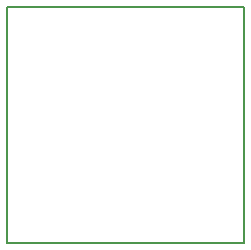
<source format=gbr>
G04 #@! TF.GenerationSoftware,KiCad,Pcbnew,5.1.6-c6e7f7d~87~ubuntu19.10.1*
G04 #@! TF.CreationDate,2020-11-06T01:06:48+01:00*
G04 #@! TF.ProjectId,board_attiny48_88,626f6172-645f-4617-9474-696e7934385f,rev?*
G04 #@! TF.SameCoordinates,Original*
G04 #@! TF.FileFunction,Profile,NP*
%FSLAX46Y46*%
G04 Gerber Fmt 4.6, Leading zero omitted, Abs format (unit mm)*
G04 Created by KiCad (PCBNEW 5.1.6-c6e7f7d~87~ubuntu19.10.1) date 2020-11-06 01:06:48*
%MOMM*%
%LPD*%
G01*
G04 APERTURE LIST*
G04 #@! TA.AperFunction,Profile*
%ADD10C,0.150000*%
G04 #@! TD*
G04 APERTURE END LIST*
D10*
X66779600Y-36053400D02*
X66879600Y-36053400D01*
X66779600Y-56053400D02*
X66779600Y-36053400D01*
X66879600Y-56053400D02*
X66779600Y-56053400D01*
X86879600Y-56053400D02*
X66879600Y-56053400D01*
X86879600Y-36053400D02*
X86879600Y-56053400D01*
X66879600Y-36053400D02*
X86879600Y-36053400D01*
M02*

</source>
